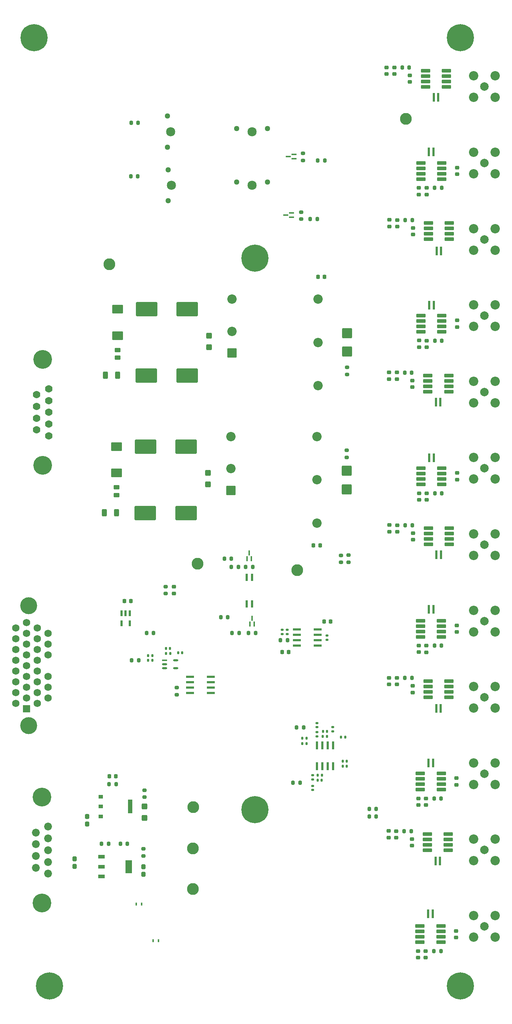
<source format=gbr>
%TF.GenerationSoftware,KiCad,Pcbnew,8.0.6*%
%TF.CreationDate,2025-05-14T12:37:59-04:00*%
%TF.ProjectId,TPC_Warm_Shaper,5450435f-5761-4726-9d5f-536861706572,rev?*%
%TF.SameCoordinates,Original*%
%TF.FileFunction,Soldermask,Top*%
%TF.FilePolarity,Negative*%
%FSLAX46Y46*%
G04 Gerber Fmt 4.6, Leading zero omitted, Abs format (unit mm)*
G04 Created by KiCad (PCBNEW 8.0.6) date 2025-05-14 12:37:59*
%MOMM*%
%LPD*%
G01*
G04 APERTURE LIST*
G04 Aperture macros list*
%AMRoundRect*
0 Rectangle with rounded corners*
0 $1 Rounding radius*
0 $2 $3 $4 $5 $6 $7 $8 $9 X,Y pos of 4 corners*
0 Add a 4 corners polygon primitive as box body*
4,1,4,$2,$3,$4,$5,$6,$7,$8,$9,$2,$3,0*
0 Add four circle primitives for the rounded corners*
1,1,$1+$1,$2,$3*
1,1,$1+$1,$4,$5*
1,1,$1+$1,$6,$7*
1,1,$1+$1,$8,$9*
0 Add four rect primitives between the rounded corners*
20,1,$1+$1,$2,$3,$4,$5,0*
20,1,$1+$1,$4,$5,$6,$7,0*
20,1,$1+$1,$6,$7,$8,$9,0*
20,1,$1+$1,$8,$9,$2,$3,0*%
G04 Aperture macros list end*
%ADD10R,1.219200X0.457200*%
%ADD11O,1.219200X0.457200*%
%ADD12C,2.006600*%
%ADD13C,2.209800*%
%ADD14RoundRect,0.200000X-0.200000X-0.275000X0.200000X-0.275000X0.200000X0.275000X-0.200000X0.275000X0*%
%ADD15RoundRect,0.100500X0.986500X0.301500X-0.986500X0.301500X-0.986500X-0.301500X0.986500X-0.301500X0*%
%ADD16RoundRect,0.100500X-0.986500X-0.301500X0.986500X-0.301500X0.986500X0.301500X-0.986500X0.301500X0*%
%ADD17RoundRect,0.225000X0.250000X-0.225000X0.250000X0.225000X-0.250000X0.225000X-0.250000X-0.225000X0*%
%ADD18RoundRect,0.225000X-0.250000X0.225000X-0.250000X-0.225000X0.250000X-0.225000X0.250000X0.225000X0*%
%ADD19R,0.584200X2.159000*%
%ADD20RoundRect,0.200000X0.200000X0.275000X-0.200000X0.275000X-0.200000X-0.275000X0.200000X-0.275000X0*%
%ADD21RoundRect,0.225000X0.225000X0.250000X-0.225000X0.250000X-0.225000X-0.250000X0.225000X-0.250000X0*%
%ADD22RoundRect,0.135000X0.185000X-0.135000X0.185000X0.135000X-0.185000X0.135000X-0.185000X-0.135000X0*%
%ADD23R,0.558800X1.651000*%
%ADD24RoundRect,0.135000X-0.185000X0.135000X-0.185000X-0.135000X0.185000X-0.135000X0.185000X0.135000X0*%
%ADD25C,2.800000*%
%ADD26RoundRect,0.140000X-0.140000X-0.170000X0.140000X-0.170000X0.140000X0.170000X-0.140000X0.170000X0*%
%ADD27RoundRect,0.225000X-0.225000X-0.250000X0.225000X-0.250000X0.225000X0.250000X-0.225000X0.250000X0*%
%ADD28RoundRect,0.250000X-0.425000X0.450000X-0.425000X-0.450000X0.425000X-0.450000X0.425000X0.450000X0*%
%ADD29R,1.016000X0.889000*%
%ADD30R,1.000000X3.200000*%
%ADD31RoundRect,0.250000X-0.275000X0.312500X-0.275000X-0.312500X0.275000X-0.312500X0.275000X0.312500X0*%
%ADD32C,1.839000*%
%ADD33C,4.420000*%
%ADD34C,1.295400*%
%ADD35C,2.159000*%
%ADD36RoundRect,0.140000X0.140000X0.170000X-0.140000X0.170000X-0.140000X-0.170000X0.140000X-0.170000X0*%
%ADD37R,0.350800X1.161200*%
%ADD38RoundRect,0.250000X1.025000X-0.787500X1.025000X0.787500X-1.025000X0.787500X-1.025000X-0.787500X0*%
%ADD39RoundRect,0.250000X-0.312500X-0.625000X0.312500X-0.625000X0.312500X0.625000X-0.312500X0.625000X0*%
%ADD40R,1.161200X0.350800*%
%ADD41RoundRect,0.250000X0.275000X-0.312500X0.275000X0.312500X-0.275000X0.312500X-0.275000X-0.312500X0*%
%ADD42RoundRect,0.290500X0.871500X-0.936500X0.871500X0.936500X-0.871500X0.936500X-0.871500X-0.936500X0*%
%ADD43RoundRect,0.135000X0.135000X0.185000X-0.135000X0.185000X-0.135000X-0.185000X0.135000X-0.185000X0*%
%ADD44RoundRect,0.102000X1.000000X-1.000000X1.000000X1.000000X-1.000000X1.000000X-1.000000X-1.000000X0*%
%ADD45C,2.204000*%
%ADD46RoundRect,0.140000X0.170000X-0.140000X0.170000X0.140000X-0.170000X0.140000X-0.170000X-0.140000X0*%
%ADD47C,1.764000*%
%ADD48R,0.444500X0.711200*%
%ADD49RoundRect,0.200000X0.275000X-0.200000X0.275000X0.200000X-0.275000X0.200000X-0.275000X-0.200000X0*%
%ADD50C,6.400000*%
%ADD51RoundRect,0.250000X0.450000X-0.262500X0.450000X0.262500X-0.450000X0.262500X-0.450000X-0.262500X0*%
%ADD52R,1.600200X0.838200*%
%ADD53R,1.600200X3.048000*%
%ADD54R,1.981200X0.558800*%
%ADD55RoundRect,0.170000X2.330000X-1.530000X2.330000X1.530000X-2.330000X1.530000X-2.330000X-1.530000X0*%
%ADD56RoundRect,0.250000X0.425000X-0.450000X0.425000X0.450000X-0.425000X0.450000X-0.425000X-0.450000X0*%
%ADD57RoundRect,0.140000X-0.170000X0.140000X-0.170000X-0.140000X0.170000X-0.140000X0.170000X0.140000X0*%
%ADD58RoundRect,0.200000X-0.275000X0.200000X-0.275000X-0.200000X0.275000X-0.200000X0.275000X0.200000X0*%
%ADD59R,0.558800X1.473200*%
%ADD60R,0.558800X1.981200*%
%ADD61C,4.000000*%
%ADD62RoundRect,0.102000X-0.765000X0.765000X-0.765000X-0.765000X0.765000X-0.765000X0.765000X0.765000X0*%
%ADD63C,1.734000*%
G04 APERTURE END LIST*
D10*
%TO.C,U22*%
X150175476Y-184799998D03*
D11*
X150175476Y-185749999D03*
X150175476Y-186700000D03*
X152795476Y-186700000D03*
X152795476Y-184799998D03*
%TD*%
D12*
%TO.C,J14*%
X225680000Y-229544999D03*
D13*
X228220000Y-227004999D03*
X223140000Y-227004999D03*
X223140000Y-232084999D03*
X228220000Y-232084999D03*
%TD*%
D12*
%TO.C,J13*%
X225680000Y-247544999D03*
D13*
X228220000Y-245004999D03*
X223140000Y-245004999D03*
X223140000Y-250084999D03*
X228220000Y-250084999D03*
%TD*%
D12*
%TO.C,J12*%
X225680000Y-193544999D03*
D13*
X228220000Y-191004999D03*
X223140000Y-191004999D03*
X223140000Y-196084999D03*
X228220000Y-196084999D03*
%TD*%
D12*
%TO.C,J11*%
X225680000Y-211544999D03*
D13*
X228220000Y-209004999D03*
X223140000Y-209004999D03*
X223140000Y-214084999D03*
X228220000Y-214084999D03*
%TD*%
D12*
%TO.C,J10*%
X225680000Y-157544999D03*
D13*
X228220000Y-155004999D03*
X223140000Y-155004999D03*
X223140000Y-160084999D03*
X228220000Y-160084999D03*
%TD*%
D12*
%TO.C,J9*%
X225680000Y-175544999D03*
D13*
X228220000Y-173004999D03*
X223140000Y-173004999D03*
X223140000Y-178084999D03*
X228220000Y-178084999D03*
%TD*%
D12*
%TO.C,J8*%
X225680000Y-121544999D03*
D13*
X228220000Y-119004999D03*
X223140000Y-119004999D03*
X223140000Y-124084999D03*
X228220000Y-124084999D03*
%TD*%
D12*
%TO.C,J7*%
X225680000Y-139544999D03*
D13*
X228220000Y-137004999D03*
X223140000Y-137004999D03*
X223140000Y-142084999D03*
X228220000Y-142084999D03*
%TD*%
D12*
%TO.C,J6*%
X225680000Y-85544999D03*
D13*
X228220000Y-83004999D03*
X223140000Y-83004999D03*
X223140000Y-88084999D03*
X228220000Y-88084999D03*
%TD*%
D12*
%TO.C,J5*%
X225680000Y-103544999D03*
D13*
X228220000Y-101004999D03*
X223140000Y-101004999D03*
X223140000Y-106084999D03*
X228220000Y-106084999D03*
%TD*%
D12*
%TO.C,J4*%
X225680000Y-49544999D03*
D13*
X228220000Y-47004999D03*
X223140000Y-47004999D03*
X223140000Y-52084999D03*
X228220000Y-52084999D03*
%TD*%
D12*
%TO.C,J3*%
X225680000Y-67544999D03*
D13*
X228220000Y-65004999D03*
X223140000Y-65004999D03*
X223140000Y-70084999D03*
X228220000Y-70084999D03*
%TD*%
D14*
%TO.C,R68*%
X181365000Y-200600000D03*
X183015000Y-200600000D03*
%TD*%
D15*
%TO.C,U7*%
X217398000Y-157494999D03*
X217398000Y-156224999D03*
X217398000Y-154954999D03*
X217398000Y-153684999D03*
X212458000Y-153684999D03*
X212458000Y-154954999D03*
X212458000Y-156224999D03*
X212458000Y-157494999D03*
%TD*%
D16*
%TO.C,U12*%
X210700000Y-139529999D03*
X210700000Y-140799999D03*
X210700000Y-142069999D03*
X210700000Y-143339999D03*
X215640000Y-143339999D03*
X215640000Y-142069999D03*
X215640000Y-140799999D03*
X215640000Y-139529999D03*
%TD*%
D17*
%TO.C,C27*%
X202590000Y-46555000D03*
X202590000Y-45005000D03*
%TD*%
D18*
%TO.C,C25*%
X208120000Y-46894999D03*
X208120000Y-48444999D03*
%TD*%
D19*
%TO.C,R11*%
X215213400Y-232124999D03*
X214146600Y-232124999D03*
%TD*%
D20*
%TO.C,R18*%
X208555000Y-188975000D03*
X206905000Y-188975000D03*
%TD*%
D21*
%TO.C,C75*%
X142215000Y-170860000D03*
X140665000Y-170860000D03*
%TD*%
D22*
%TO.C,R33*%
X188530000Y-179960000D03*
X188530000Y-178940000D03*
%TD*%
D20*
%TO.C,R25*%
X215405000Y-253369999D03*
X213755000Y-253369999D03*
%TD*%
D23*
%TO.C,Q1*%
X169525000Y-171484200D03*
X170795000Y-171484200D03*
X170795000Y-165235800D03*
X169525000Y-165235800D03*
%TD*%
D24*
%TO.C,R65*%
X189850000Y-200580000D03*
X189850000Y-201600000D03*
%TD*%
D25*
%TO.C,SEC_{RTN}*%
X181508400Y-163576000D03*
%TD*%
D17*
%TO.C,C35*%
X205118000Y-154485000D03*
X205118000Y-152935000D03*
%TD*%
D25*
%TO.C,TELEM_{-5V}*%
X156870400Y-238709200D03*
%TD*%
D26*
%TO.C,C74*%
X153375476Y-182990000D03*
X154335476Y-182990000D03*
%TD*%
D27*
%TO.C,C17*%
X185341000Y-157730000D03*
X186891000Y-157730000D03*
%TD*%
D14*
%TO.C,R69*%
X166125000Y-178340000D03*
X167775000Y-178340000D03*
%TD*%
D20*
%TO.C,R73*%
X165925000Y-160850000D03*
X164275000Y-160850000D03*
%TD*%
D14*
%TO.C,R56*%
X135295000Y-228110000D03*
X136945000Y-228110000D03*
%TD*%
D20*
%TO.C,R20*%
X215605000Y-73414999D03*
X213955000Y-73414999D03*
%TD*%
D28*
%TO.C,C20*%
X145420000Y-219300000D03*
X145420000Y-222000000D03*
%TD*%
D14*
%TO.C,R54*%
X137065000Y-214050000D03*
X138715000Y-214050000D03*
%TD*%
D19*
%TO.C,R6*%
X213713400Y-137014999D03*
X212646600Y-137014999D03*
%TD*%
D20*
%TO.C,R24*%
X215485000Y-217379999D03*
X213835000Y-217379999D03*
%TD*%
D14*
%TO.C,R57*%
X139730000Y-228110000D03*
X141380000Y-228110000D03*
%TD*%
D17*
%TO.C,C42*%
X203050000Y-226610000D03*
X203050000Y-225060000D03*
%TD*%
D26*
%TO.C,C24*%
X192210000Y-208600000D03*
X193170000Y-208600000D03*
%TD*%
D29*
%TO.C,U3*%
X135067500Y-216990100D03*
X135067500Y-219301500D03*
X135067500Y-221612900D03*
D30*
X142060000Y-219301500D03*
%TD*%
D19*
%TO.C,R7*%
X215433400Y-159894999D03*
X214366600Y-159894999D03*
%TD*%
D31*
%TO.C,C21*%
X128880000Y-231625000D03*
X128880000Y-233400000D03*
%TD*%
D32*
%TO.C,J15*%
X122640000Y-235115000D03*
X122640000Y-232345000D03*
X122640000Y-229575000D03*
X122640000Y-226805000D03*
X122640000Y-224035000D03*
X119800000Y-233730000D03*
X119800000Y-230960000D03*
X119800000Y-228190000D03*
X119800000Y-225420000D03*
D33*
X121220000Y-217075000D03*
X121220000Y-242075000D03*
%TD*%
D34*
%TO.C,P4*%
X174500000Y-59390000D03*
X167180000Y-59390000D03*
D35*
X170830000Y-60150000D03*
%TD*%
D20*
%TO.C,R61*%
X200135000Y-219840000D03*
X198485000Y-219840000D03*
%TD*%
D24*
%TO.C,R26*%
X177920000Y-177610000D03*
X177920000Y-178630000D03*
%TD*%
D20*
%TO.C,R23*%
X215565000Y-181349999D03*
X213915000Y-181349999D03*
%TD*%
D22*
%TO.C,R62*%
X185140000Y-212940000D03*
X185140000Y-211920000D03*
%TD*%
D36*
%TO.C,C63*%
X187280000Y-213050000D03*
X186320000Y-213050000D03*
%TD*%
D22*
%TO.C,R13*%
X179120000Y-178630000D03*
X179120000Y-177610000D03*
%TD*%
D20*
%TO.C,R29*%
X186225000Y-80790000D03*
X184575000Y-80790000D03*
%TD*%
D18*
%TO.C,C37*%
X208730000Y-190839999D03*
X208730000Y-192389999D03*
%TD*%
D16*
%TO.C,U15*%
X210470000Y-247489999D03*
X210470000Y-248759999D03*
X210470000Y-250029999D03*
X210470000Y-251299999D03*
X215410000Y-251299999D03*
X215410000Y-250029999D03*
X215410000Y-248759999D03*
X215410000Y-247489999D03*
%TD*%
D20*
%TO.C,R16*%
X208505000Y-116945000D03*
X206855000Y-116945000D03*
%TD*%
D17*
%TO.C,C54*%
X210190000Y-182894999D03*
X210190000Y-181344999D03*
%TD*%
D16*
%TO.C,U11*%
X210700000Y-103529999D03*
X210700000Y-104799999D03*
X210700000Y-106069999D03*
X210700000Y-107339999D03*
X215640000Y-107339999D03*
X215640000Y-106069999D03*
X215640000Y-104799999D03*
X215640000Y-103529999D03*
%TD*%
D17*
%TO.C,C36*%
X203278000Y-154475000D03*
X203278000Y-152925000D03*
%TD*%
D37*
%TO.C,M6*%
X169660001Y-160825000D03*
X170659999Y-160825000D03*
X170160000Y-159475000D03*
%TD*%
D38*
%TO.C,C1*%
X139067500Y-108257500D03*
X139067500Y-102032500D03*
%TD*%
D24*
%TO.C,R67*%
X186180000Y-201720000D03*
X186180000Y-202740000D03*
%TD*%
D20*
%TO.C,R22*%
X215635000Y-145409999D03*
X213985000Y-145409999D03*
%TD*%
D25*
%TO.C,TELEM_{RTN}*%
X156870400Y-229209600D03*
%TD*%
D39*
%TO.C,F5*%
X135902500Y-149995000D03*
X138827500Y-149995000D03*
%TD*%
D18*
%TO.C,C76*%
X152350000Y-167485000D03*
X152350000Y-169035000D03*
%TD*%
D17*
%TO.C,C30*%
X203280000Y-82505000D03*
X203280000Y-80955000D03*
%TD*%
D21*
%TO.C,C62*%
X179485000Y-182880000D03*
X177935000Y-182880000D03*
%TD*%
D40*
%TO.C,M2*%
X180717000Y-66493999D03*
X180717000Y-65494001D03*
X179367000Y-65994000D03*
%TD*%
D41*
%TO.C,C22*%
X145130000Y-235227500D03*
X145130000Y-233452500D03*
%TD*%
D14*
%TO.C,R27*%
X177525000Y-180100000D03*
X179175000Y-180100000D03*
%TD*%
D19*
%TO.C,R3*%
X215453400Y-88294999D03*
X214386600Y-88294999D03*
%TD*%
D36*
%TO.C,C72*%
X151435476Y-182050000D03*
X150475476Y-182050000D03*
%TD*%
D17*
%TO.C,C60*%
X210030000Y-254914999D03*
X210030000Y-253364999D03*
%TD*%
%TO.C,C47*%
X212050000Y-110964999D03*
X212050000Y-109414999D03*
%TD*%
D42*
%TO.C,D3*%
X193147500Y-140120000D03*
X193147500Y-144490000D03*
%TD*%
D14*
%TO.C,R72*%
X165935000Y-162810000D03*
X167585000Y-162810000D03*
%TD*%
D43*
%TO.C,R64*%
X188560000Y-202740000D03*
X187540000Y-202740000D03*
%TD*%
D25*
%TO.C,TELEM_{RTN}*%
X207111600Y-57099200D03*
%TD*%
D17*
%TO.C,C33*%
X203150000Y-118470000D03*
X203150000Y-116920000D03*
%TD*%
D44*
%TO.C,U1*%
X166080000Y-112340000D03*
D45*
X166080000Y-107240000D03*
X186380000Y-120040000D03*
X186380000Y-109840000D03*
X186380000Y-99640000D03*
X166080000Y-99640000D03*
%TD*%
D20*
%TO.C,R19*%
X208405000Y-225085000D03*
X206755000Y-225085000D03*
%TD*%
D15*
%TO.C,U8*%
X217320000Y-193519999D03*
X217320000Y-192249999D03*
X217320000Y-190979999D03*
X217320000Y-189709999D03*
X212380000Y-189709999D03*
X212380000Y-190979999D03*
X212380000Y-192249999D03*
X212380000Y-193519999D03*
%TD*%
D36*
%TO.C,C70*%
X183680000Y-204410000D03*
X182720000Y-204410000D03*
%TD*%
%TO.C,C73*%
X147255476Y-183690000D03*
X146295476Y-183690000D03*
%TD*%
D20*
%TO.C,R34*%
X187975000Y-66960000D03*
X186325000Y-66960000D03*
%TD*%
D37*
%TO.C,M5*%
X170310001Y-176285000D03*
X171309999Y-176285000D03*
X170810000Y-174935000D03*
%TD*%
D25*
%TO.C,SEC_{RTN}*%
X137160000Y-91440000D03*
%TD*%
D15*
%TO.C,U9*%
X217170000Y-229629999D03*
X217170000Y-228359999D03*
X217170000Y-227089999D03*
X217170000Y-225819999D03*
X212230000Y-225819999D03*
X212230000Y-227089999D03*
X212230000Y-228359999D03*
X212230000Y-229629999D03*
%TD*%
D17*
%TO.C,C46*%
X219270000Y-106194999D03*
X219270000Y-104644999D03*
%TD*%
%TO.C,C50*%
X212050000Y-146964999D03*
X212050000Y-145414999D03*
%TD*%
D36*
%TO.C,C71*%
X183670000Y-203180000D03*
X182710000Y-203180000D03*
%TD*%
D16*
%TO.C,U14*%
X210550000Y-211499999D03*
X210550000Y-212769999D03*
X210550000Y-214039999D03*
X210550000Y-215309999D03*
X215490000Y-215309999D03*
X215490000Y-214039999D03*
X215490000Y-212769999D03*
X215490000Y-211499999D03*
%TD*%
%TO.C,U13*%
X210630000Y-175469999D03*
X210630000Y-176739999D03*
X210630000Y-178009999D03*
X210630000Y-179279999D03*
X215570000Y-179279999D03*
X215570000Y-178009999D03*
X215570000Y-176739999D03*
X215570000Y-175469999D03*
%TD*%
D43*
%TO.C,R78*%
X147285476Y-184800000D03*
X146265476Y-184800000D03*
%TD*%
D25*
%TO.C,V_{EN}*%
X157940000Y-162040000D03*
%TD*%
D17*
%TO.C,C29*%
X205120000Y-82515000D03*
X205120000Y-80965000D03*
%TD*%
D40*
%TO.C,M1*%
X180140000Y-80329998D03*
X180140000Y-79330000D03*
X178790000Y-79829999D03*
%TD*%
D46*
%TO.C,C64*%
X185140000Y-215360000D03*
X185140000Y-214400000D03*
%TD*%
D15*
%TO.C,U4*%
X216710000Y-49574999D03*
X216710000Y-48304999D03*
X216710000Y-47034999D03*
X216710000Y-45764999D03*
X211770000Y-45764999D03*
X211770000Y-47034999D03*
X211770000Y-48304999D03*
X211770000Y-49574999D03*
%TD*%
D19*
%TO.C,R4*%
X213713400Y-101034999D03*
X212646600Y-101034999D03*
%TD*%
D47*
%TO.C,J2*%
X122790000Y-120780000D03*
X122790000Y-123550000D03*
X122790000Y-126320000D03*
X122790000Y-129090000D03*
X122790000Y-131860000D03*
X119950000Y-122165000D03*
X119950000Y-124935000D03*
X119950000Y-127705000D03*
X119950000Y-130475000D03*
D33*
X121370000Y-113820000D03*
X121370000Y-138820000D03*
%TD*%
D48*
%TO.C,LED2*%
X143486200Y-242255000D03*
X144743500Y-242255000D03*
%TD*%
D19*
%TO.C,R1*%
X214783400Y-52054999D03*
X213716600Y-52054999D03*
%TD*%
D17*
%TO.C,C53*%
X211980000Y-182904999D03*
X211980000Y-181354999D03*
%TD*%
%TO.C,C38*%
X205040000Y-190510000D03*
X205040000Y-188960000D03*
%TD*%
D49*
%TO.C,R55*%
X145420000Y-217100000D03*
X145420000Y-215450000D03*
%TD*%
D17*
%TO.C,C56*%
X211900000Y-218934999D03*
X211900000Y-217384999D03*
%TD*%
D42*
%TO.C,D2*%
X193257500Y-107640000D03*
X193257500Y-112010000D03*
%TD*%
D17*
%TO.C,C58*%
X219040000Y-250154999D03*
X219040000Y-248604999D03*
%TD*%
%TO.C,C55*%
X219120000Y-214164999D03*
X219120000Y-212614999D03*
%TD*%
D50*
%TO.C,H7*%
X123000000Y-261620000D03*
%TD*%
D14*
%TO.C,R77*%
X145900000Y-178380000D03*
X147550000Y-178380000D03*
%TD*%
D50*
%TO.C,H5*%
X119380000Y-38000000D03*
%TD*%
D43*
%TO.C,R66*%
X192880000Y-202930000D03*
X191860000Y-202930000D03*
%TD*%
D51*
%TO.C,R48*%
X138815000Y-145847500D03*
X138815000Y-144022500D03*
%TD*%
D19*
%TO.C,R9*%
X215373400Y-196174999D03*
X214306600Y-196174999D03*
%TD*%
D17*
%TO.C,C51*%
X210260000Y-146954999D03*
X210260000Y-145404999D03*
%TD*%
D52*
%TO.C,U19*%
X135259600Y-231150000D03*
X135259600Y-233450000D03*
X135259600Y-235750000D03*
D53*
X141660400Y-233450000D03*
%TD*%
D49*
%TO.C,R46*%
X193157500Y-136955000D03*
X193157500Y-135305000D03*
%TD*%
D25*
%TO.C,TELEM_{+5V}*%
X156921200Y-219456000D03*
%TD*%
D31*
%TO.C,C18*%
X131900000Y-221612500D03*
X131900000Y-223387500D03*
%TD*%
D54*
%TO.C,U20*%
X156191676Y-188715000D03*
X156191676Y-189985000D03*
X156191676Y-191255000D03*
X156191676Y-192525000D03*
X161119276Y-192525000D03*
X161119276Y-191255000D03*
X161119276Y-189985000D03*
X161119276Y-188715000D03*
%TD*%
D18*
%TO.C,C28*%
X208810000Y-82844999D03*
X208810000Y-84394999D03*
%TD*%
D50*
%TO.C,H1*%
X220000000Y-38000000D03*
%TD*%
D14*
%TO.C,R63*%
X180495000Y-213660000D03*
X182145000Y-213660000D03*
%TD*%
D55*
%TO.C,L9*%
X145615000Y-150086000D03*
X155215000Y-150086000D03*
%TD*%
D44*
%TO.C,U2*%
X165807500Y-144730000D03*
D45*
X165807500Y-139630000D03*
X186107500Y-152430000D03*
X186107500Y-142230000D03*
X186107500Y-132030000D03*
X165807500Y-132030000D03*
%TD*%
D56*
%TO.C,C67*%
X160417500Y-143347500D03*
X160417500Y-140647500D03*
%TD*%
D49*
%TO.C,R28*%
X150460000Y-169095000D03*
X150460000Y-167445000D03*
%TD*%
D17*
%TO.C,C52*%
X219200000Y-178134999D03*
X219200000Y-176584999D03*
%TD*%
D57*
%TO.C,C69*%
X186180000Y-199630000D03*
X186180000Y-200590000D03*
%TD*%
D15*
%TO.C,U6*%
X217270000Y-121489999D03*
X217270000Y-120219999D03*
X217270000Y-118949999D03*
X217270000Y-117679999D03*
X212330000Y-117679999D03*
X212330000Y-118949999D03*
X212330000Y-120219999D03*
X212330000Y-121489999D03*
%TD*%
D50*
%TO.C,H2*%
X171500000Y-90000000D03*
%TD*%
D17*
%TO.C,C57*%
X210110000Y-218924999D03*
X210110000Y-217374999D03*
%TD*%
D58*
%TO.C,R37*%
X191800000Y-160045000D03*
X191800000Y-161695000D03*
%TD*%
D18*
%TO.C,C40*%
X208580000Y-226949999D03*
X208580000Y-228499999D03*
%TD*%
D59*
%TO.C,U21*%
X141920000Y-173722400D03*
X140969999Y-173722400D03*
X140019998Y-173722400D03*
X140019998Y-176110000D03*
X141920000Y-176110000D03*
%TD*%
D17*
%TO.C,C26*%
X204430000Y-46565000D03*
X204430000Y-45015000D03*
%TD*%
%TO.C,C32*%
X204990000Y-118480000D03*
X204990000Y-116930000D03*
%TD*%
D58*
%TO.C,R58*%
X145140000Y-229265000D03*
X145140000Y-230915000D03*
%TD*%
D20*
%TO.C,R31*%
X143855000Y-70700000D03*
X142205000Y-70700000D03*
%TD*%
%TO.C,R21*%
X215635000Y-109409999D03*
X213985000Y-109409999D03*
%TD*%
D27*
%TO.C,C19*%
X137085000Y-212190000D03*
X138635000Y-212190000D03*
%TD*%
D55*
%TO.C,L10*%
X145655000Y-134426000D03*
X155255000Y-134426000D03*
%TD*%
D20*
%TO.C,R15*%
X208635000Y-80980000D03*
X206985000Y-80980000D03*
%TD*%
D19*
%TO.C,R8*%
X213633400Y-172814999D03*
X212566600Y-172814999D03*
%TD*%
%TO.C,R5*%
X215313400Y-123934999D03*
X214246600Y-123934999D03*
%TD*%
D17*
%TO.C,C39*%
X203200000Y-190500000D03*
X203200000Y-188950000D03*
%TD*%
D49*
%TO.C,R38*%
X193580000Y-161685000D03*
X193580000Y-160035000D03*
%TD*%
D58*
%TO.C,R75*%
X153075476Y-191245000D03*
X153075476Y-192895000D03*
%TD*%
D18*
%TO.C,C31*%
X208680000Y-118809999D03*
X208680000Y-120359999D03*
%TD*%
D16*
%TO.C,U10*%
X210670000Y-67534999D03*
X210670000Y-68804999D03*
X210670000Y-70074999D03*
X210670000Y-71344999D03*
X215610000Y-71344999D03*
X215610000Y-70074999D03*
X215610000Y-68804999D03*
X215610000Y-67534999D03*
%TD*%
D36*
%TO.C,C68*%
X188520000Y-201600000D03*
X187560000Y-201600000D03*
%TD*%
D21*
%TO.C,C16*%
X187921000Y-94380000D03*
X186371000Y-94380000D03*
%TD*%
D14*
%TO.C,R70*%
X169985000Y-178340000D03*
X171635000Y-178340000D03*
%TD*%
D54*
%TO.C,U17*%
X181376200Y-177555000D03*
X181376200Y-178825000D03*
X181376200Y-180095000D03*
X181376200Y-181365000D03*
X186303800Y-181365000D03*
X186303800Y-180095000D03*
X186303800Y-178825000D03*
X186303800Y-177555000D03*
%TD*%
D19*
%TO.C,R10*%
X213553400Y-209024999D03*
X212486600Y-209024999D03*
%TD*%
D58*
%TO.C,R30*%
X182390000Y-79125000D03*
X182390000Y-80775000D03*
%TD*%
D27*
%TO.C,C61*%
X187845000Y-175700000D03*
X189395000Y-175700000D03*
%TD*%
D34*
%TO.C,P1*%
X151050600Y-69120000D03*
X151050600Y-76440000D03*
D35*
X151810600Y-72790000D03*
%TD*%
D17*
%TO.C,C44*%
X212020000Y-74969999D03*
X212020000Y-73419999D03*
%TD*%
D48*
%TO.C,LED1*%
X147477549Y-250914999D03*
X148734849Y-250914999D03*
%TD*%
D55*
%TO.C,L1*%
X145887500Y-117696000D03*
X155487500Y-117696000D03*
%TD*%
D58*
%TO.C,R35*%
X182850000Y-65275000D03*
X182850000Y-66925000D03*
%TD*%
D50*
%TO.C,H4*%
X220000000Y-261620000D03*
%TD*%
D51*
%TO.C,R47*%
X139087500Y-113457500D03*
X139087500Y-111632500D03*
%TD*%
D20*
%TO.C,R14*%
X207945000Y-45030000D03*
X206295000Y-45030000D03*
%TD*%
%TO.C,R79*%
X144060476Y-184800000D03*
X142410476Y-184800000D03*
%TD*%
D19*
%TO.C,R2*%
X213658400Y-64909999D03*
X212591600Y-64909999D03*
%TD*%
D55*
%TO.C,L2*%
X145927500Y-102036000D03*
X155527500Y-102036000D03*
%TD*%
D19*
%TO.C,R12*%
X213463400Y-244564999D03*
X212396600Y-244564999D03*
%TD*%
D39*
%TO.C,F1*%
X136175000Y-117605000D03*
X139100000Y-117605000D03*
%TD*%
D17*
%TO.C,C45*%
X210230000Y-74959999D03*
X210230000Y-73409999D03*
%TD*%
D43*
%TO.C,R59*%
X187300000Y-211920000D03*
X186280000Y-211920000D03*
%TD*%
D60*
%TO.C,U18*%
X186145000Y-209793800D03*
X187415000Y-209793800D03*
X188685000Y-209793800D03*
X189955000Y-209793800D03*
X189955000Y-204866200D03*
X188685000Y-204866200D03*
X187415000Y-204866200D03*
X186145000Y-204866200D03*
%TD*%
D14*
%TO.C,R71*%
X163455000Y-174650000D03*
X165105000Y-174650000D03*
%TD*%
D50*
%TO.C,H3*%
X171500000Y-220000000D03*
%TD*%
D20*
%TO.C,R17*%
X208633000Y-152950000D03*
X206983000Y-152950000D03*
%TD*%
D34*
%TO.C,P2*%
X174479800Y-72030000D03*
X167159800Y-72030000D03*
D35*
X170809800Y-72790000D03*
%TD*%
D43*
%TO.C,R76*%
X151485476Y-183180000D03*
X150465476Y-183180000D03*
%TD*%
D34*
%TO.C,P3*%
X150860000Y-56478000D03*
X150860000Y-63798000D03*
D35*
X151620000Y-60148000D03*
%TD*%
D14*
%TO.C,R74*%
X169335000Y-162810000D03*
X170985000Y-162810000D03*
%TD*%
D17*
%TO.C,C41*%
X204890000Y-226620000D03*
X204890000Y-225070000D03*
%TD*%
D14*
%TO.C,R60*%
X198485000Y-221620000D03*
X200135000Y-221620000D03*
%TD*%
D56*
%TO.C,C65*%
X160690000Y-110957500D03*
X160690000Y-108257500D03*
%TD*%
D17*
%TO.C,C48*%
X210260000Y-110954999D03*
X210260000Y-109404999D03*
%TD*%
%TO.C,C59*%
X211820000Y-254924999D03*
X211820000Y-253374999D03*
%TD*%
%TO.C,C49*%
X219270000Y-142194999D03*
X219270000Y-140644999D03*
%TD*%
D18*
%TO.C,C34*%
X208808000Y-154814999D03*
X208808000Y-156364999D03*
%TD*%
D38*
%TO.C,C66*%
X138795000Y-140647500D03*
X138795000Y-134422500D03*
%TD*%
D15*
%TO.C,U5*%
X217400000Y-85524999D03*
X217400000Y-84254999D03*
X217400000Y-82984999D03*
X217400000Y-81714999D03*
X212460000Y-81714999D03*
X212460000Y-82984999D03*
X212460000Y-84254999D03*
X212460000Y-85524999D03*
%TD*%
D20*
%TO.C,R36*%
X143915000Y-58060000D03*
X142265000Y-58060000D03*
%TD*%
D26*
%TO.C,C23*%
X192210000Y-209800000D03*
X193170000Y-209800000D03*
%TD*%
D61*
%TO.C,J1*%
X118098000Y-171909500D03*
X118098000Y-200230500D03*
D62*
X117590000Y-196230000D03*
D63*
X115050000Y-194960000D03*
X117590000Y-193690000D03*
X115050000Y-192420000D03*
X117590000Y-191150000D03*
X115050000Y-189880000D03*
X117590000Y-188610000D03*
X115050000Y-187340000D03*
X115050000Y-184800000D03*
X117590000Y-183530000D03*
X115050000Y-182260000D03*
X117590000Y-180990000D03*
X115050000Y-179720000D03*
X117590000Y-178450000D03*
X115050000Y-177180000D03*
X117590000Y-175910000D03*
X120130000Y-194960000D03*
X122670000Y-193690000D03*
X120130000Y-192420000D03*
X122670000Y-191150000D03*
X120130000Y-189880000D03*
X122670000Y-188610000D03*
X120130000Y-187340000D03*
X117590000Y-186070000D03*
X120130000Y-184800000D03*
X122670000Y-183530000D03*
X120130000Y-182260000D03*
X122670000Y-180990000D03*
X120130000Y-179720000D03*
X120130000Y-177180000D03*
X122670000Y-178450000D03*
%TD*%
D17*
%TO.C,C43*%
X219240000Y-70199999D03*
X219240000Y-68649999D03*
%TD*%
D58*
%TO.C,R45*%
X193277500Y-115750000D03*
X193277500Y-117400000D03*
%TD*%
M02*

</source>
